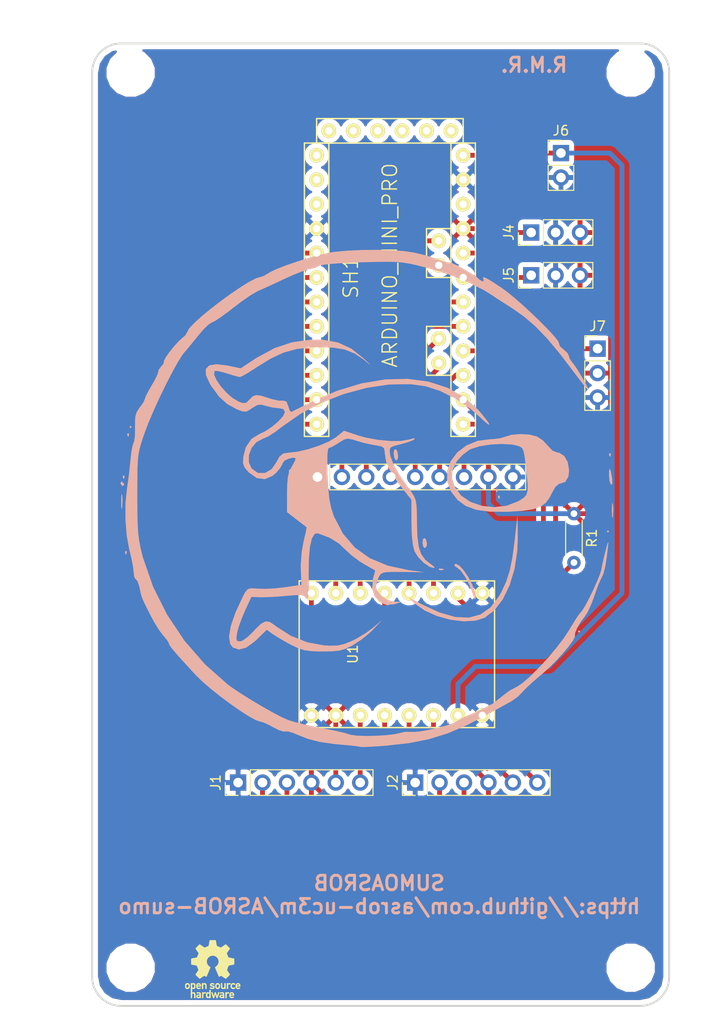
<source format=kicad_pcb>
(kicad_pcb (version 4) (host pcbnew 4.0.7)
  (layers (0 F.Cu signal) (31 B.Cu signal) (34 B.Paste user) (35 F.Paste user) (36 B.SilkS user) (37 F.SilkS user) (38 B.Mask user) (39 F.Mask user) (44 Edge.Cuts user))
  (net 0 "")
  (net 1 GND)
  (net 2 "Net-(J1-Pad2)")
  (net 3 "Net-(J1-Pad3)")
  (net 4 VCC)
  (net 5 "Net-(J1-Pad5)")
  (net 6 "Net-(J1-Pad6)")
  (net 7 "Net-(J2-Pad2)")
  (net 8 "Net-(J2-Pad3)")
  (net 9 "Net-(J2-Pad5)")
  (net 10 "Net-(J2-Pad6)")
  (net 11 "Net-(J3-Pad1)")
  (net 12 "Net-(J3-Pad2)")
  (net 13 "Net-(J3-Pad3)")
  (net 14 "Net-(J3-Pad4)")
  (net 15 "Net-(J3-Pad5)")
  (net 16 "Net-(J3-Pad6)")
  (net 17 "Net-(J3-Pad7)")
  (net 18 "Net-(J4-Pad1)")
  (net 19 "Net-(J5-Pad1)")
  (net 20 "Net-(R1-Pad2)")
  (net 21 "Net-(SH1-PadGRN)")
  (net 22 "Net-(SH1-PadTX/1)")
  (net 23 "Net-(SH1-PadRX/1)")
  (net 24 "Net-(SH1-PadVCC1)")
  (net 25 "Net-(SH1-PadGND1)")
  (net 26 "Net-(SH1-PadBLK)")
  (net 27 "Net-(SH1-PadTX/2)")
  (net 28 "Net-(SH1-PadRX/2)")
  (net 29 "Net-(SH1-PadRST1)")
  (net 30 AIN1)
  (net 31 AIN2)
  (net 32 BIN1)
  (net 33 BIN2)
  (net 34 "Net-(SH1-PadRST2)")
  (net 35 "Net-(SH1-Pad10)")
  (net 36 "Net-(SH1-Pad11)")
  (net 37 "Net-(J6-Pad1)")
  (net 38 "Net-(J7-Pad1)")
  (module Mounting_Holes:MountingHole_4mm (layer F.Cu) (at 166 171)
    (fp_text reference REF** hide)
    (fp_text value MountingHole_4mm)
    (pad 1 np_thru_hole circle (at 0 0) (size 4 4) (drill 4) (layers *.Cu *.Mask))
  )
  (module Mounting_Holes:MountingHole_4mm (layer F.Cu) (at 114 171)
    (fp_text reference REF** hide)
    (fp_text value MountingHole_4mm)
    (pad 1 np_thru_hole circle (at 0 0) (size 4 4) (drill 4) (layers *.Cu *.Mask))
  )
  (module Mounting_Holes:MountingHole_4mm (layer F.Cu) (at 114 78)
    (fp_text reference REF** hide)
    (fp_text value MountingHole_4mm)
    (pad 1 np_thru_hole circle (at 0 0) (size 4 4) (drill 4) (layers *.Cu *.Mask))
  )
  (module "Component Footprints:PololuMotorDriver" (layer F.Cu) (at 136.605 138.43 90)
    (fp_text reference U1 (at 0 0.5 90) (layer F.SilkS))
    (fp_text value PololuMotorDriver)
    (pad GND thru_hole circle (at -6.35 -3.81 90) (size 1.524 1.524) (drill 0.762) (layers *.Cu *.Mask F.SilkS) (net 1 GND))
    (pad VCC thru_hole circle (at -6.35 -1.27 90) (size 1.524 1.524) (drill 0.762) (layers *.Cu *.Mask F.SilkS) (net 4 VCC))
    (pad AO1 thru_hole circle (at -6.35 1.27 90) (size 1.524 1.524) (drill 0.762) (layers *.Cu *.Mask F.SilkS) (net 5 "Net-(J1-Pad5)"))
    (pad AO2 thru_hole circle (at -6.35 3.81 90) (size 1.524 1.524) (drill 0.762) (layers *.Cu *.Mask F.SilkS) (net 6 "Net-(J1-Pad6)"))
    (pad BO2 thru_hole circle (at -6.35 6.35 90) (size 1.524 1.524) (drill 0.762) (layers *.Cu *.Mask F.SilkS) (net 9 "Net-(J2-Pad5)"))
    (pad BO1 thru_hole circle (at -6.35 8.89 90) (size 1.524 1.524) (drill 0.762) (layers *.Cu *.Mask F.SilkS) (net 10 "Net-(J2-Pad6)"))
    (pad VMOT thru_hole circle (at -6.35 11.43 90) (size 1.524 1.524) (drill 0.762) (layers *.Cu *.Mask F.SilkS) (net 37 "Net-(J6-Pad1)"))
    (pad GND thru_hole circle (at -6.35 13.97 90) (size 1.524 1.524) (drill 0.762) (layers *.Cu *.Mask F.SilkS) (net 1 GND))
    (pad PWMA thru_hole circle (at 6.35 -3.81 90) (size 1.524 1.524) (drill 0.762) (layers *.Cu *.Mask F.SilkS) (net 36 "Net-(SH1-Pad11)"))
    (pad AIN1 thru_hole circle (at 6.35 -1.27 90) (size 1.524 1.524) (drill 0.762) (layers *.Cu *.Mask F.SilkS) (net 30 AIN1))
    (pad AIN2 thru_hole circle (at 6.35 1.27 90) (size 1.524 1.524) (drill 0.762) (layers *.Cu *.Mask F.SilkS) (net 31 AIN2))
    (pad STBY thru_hole circle (at 6.35 3.81 90) (size 1.524 1.524) (drill 0.762) (layers *.Cu *.Mask F.SilkS) (net 20 "Net-(R1-Pad2)"))
    (pad BIN1 thru_hole circle (at 6.35 6.35 90) (size 1.524 1.524) (drill 0.762) (layers *.Cu *.Mask F.SilkS) (net 32 BIN1))
    (pad BIN2 thru_hole circle (at 6.35 8.89 90) (size 1.524 1.524) (drill 0.762) (layers *.Cu *.Mask F.SilkS) (net 33 BIN2))
    (pad PWMB thru_hole circle (at 6.35 11.43 90) (size 1.524 1.524) (drill 0.762) (layers *.Cu *.Mask F.SilkS) (net 35 "Net-(SH1-Pad10)"))
    (pad GND thru_hole circle (at 6.35 13.97 90) (size 1.524 1.524) (drill 0.762) (layers *.Cu *.Mask F.SilkS) (net 1 GND))
  )
  (module Socket_Strips:Socket_Strip_Straight_1x06_Pitch2.54mm (layer F.Cu) (at 125.175 151.765 90)
    (fp_text reference J1 (at 0 -2.33 90) (layer F.SilkS))
    (fp_text value EngineA)
    (pad 1 thru_hole rect (at 0 0 90) (size 1.7 1.7) (drill 1) (layers *.Cu *.Mask) (net 1 GND))
    (pad 2 thru_hole oval (at 0 2.54 90) (size 1.7 1.7) (drill 1) (layers *.Cu *.Mask) (net 2 "Net-(J1-Pad2)"))
    (pad 3 thru_hole oval (at 0 5.08 90) (size 1.7 1.7) (drill 1) (layers *.Cu *.Mask) (net 3 "Net-(J1-Pad3)"))
    (pad 4 thru_hole oval (at 0 7.62 90) (size 1.7 1.7) (drill 1) (layers *.Cu *.Mask) (net 4 VCC))
    (pad 5 thru_hole oval (at 0 10.16 90) (size 1.7 1.7) (drill 1) (layers *.Cu *.Mask) (net 5 "Net-(J1-Pad5)"))
    (pad 6 thru_hole oval (at 0 12.7 90) (size 1.7 1.7) (drill 1) (layers *.Cu *.Mask) (net 6 "Net-(J1-Pad6)"))
  )
  (module Socket_Strips:Socket_Strip_Straight_1x06_Pitch2.54mm (layer F.Cu) (at 143.59 151.765 90)
    (fp_text reference J2 (at 0 -2.33 90) (layer F.SilkS))
    (fp_text value EngineB)
    (pad 1 thru_hole rect (at 0 0 90) (size 1.7 1.7) (drill 1) (layers *.Cu *.Mask) (net 1 GND))
    (pad 2 thru_hole oval (at 0 2.54 90) (size 1.7 1.7) (drill 1) (layers *.Cu *.Mask) (net 7 "Net-(J2-Pad2)"))
    (pad 3 thru_hole oval (at 0 5.08 90) (size 1.7 1.7) (drill 1) (layers *.Cu *.Mask) (net 8 "Net-(J2-Pad3)"))
    (pad 4 thru_hole oval (at 0 7.62 90) (size 1.7 1.7) (drill 1) (layers *.Cu *.Mask) (net 4 VCC))
    (pad 5 thru_hole oval (at 0 10.16 90) (size 1.7 1.7) (drill 1) (layers *.Cu *.Mask) (net 9 "Net-(J2-Pad5)"))
    (pad 6 thru_hole oval (at 0 12.7 90) (size 1.7 1.7) (drill 1) (layers *.Cu *.Mask) (net 10 "Net-(J2-Pad6)"))
  )
  (module Socket_Strips:Socket_Strip_Straight_1x09_Pitch2.54mm (layer F.Cu) (at 133.43 120.015 90)
    (fp_text reference J3 (at 0 -2.33 90) (layer F.SilkS))
    (fp_text value QTR-8RC)
    (pad 1 thru_hole rect (at 0 0 90) (size 1.7 1.7) (drill 1) (layers *.Cu *.Mask) (net 11 "Net-(J3-Pad1)"))
    (pad 2 thru_hole oval (at 0 2.54 90) (size 1.7 1.7) (drill 1) (layers *.Cu *.Mask) (net 12 "Net-(J3-Pad2)"))
    (pad 3 thru_hole oval (at 0 5.08 90) (size 1.7 1.7) (drill 1) (layers *.Cu *.Mask) (net 13 "Net-(J3-Pad3)"))
    (pad 4 thru_hole oval (at 0 7.62 90) (size 1.7 1.7) (drill 1) (layers *.Cu *.Mask) (net 14 "Net-(J3-Pad4)"))
    (pad 5 thru_hole oval (at 0 10.16 90) (size 1.7 1.7) (drill 1) (layers *.Cu *.Mask) (net 15 "Net-(J3-Pad5)"))
    (pad 6 thru_hole oval (at 0 12.7 90) (size 1.7 1.7) (drill 1) (layers *.Cu *.Mask) (net 16 "Net-(J3-Pad6)"))
    (pad 7 thru_hole oval (at 0 15.24 90) (size 1.7 1.7) (drill 1) (layers *.Cu *.Mask) (net 17 "Net-(J3-Pad7)"))
    (pad 8 thru_hole oval (at 0 17.78 90) (size 1.7 1.7) (drill 1) (layers *.Cu *.Mask) (net 4 VCC))
    (pad 9 thru_hole oval (at 0 20.32 90) (size 1.7 1.7) (drill 1) (layers *.Cu *.Mask) (net 1 GND))
  )
  (module Socket_Strips:Socket_Strip_Straight_1x03_Pitch2.54mm (layer F.Cu) (at 155.655 94.615 90)
    (fp_text reference J4 (at 0 -2.33 90) (layer F.SilkS))
    (fp_text value SHARP1)
    (pad 1 thru_hole rect (at 0 0 90) (size 1.7 1.7) (drill 1) (layers *.Cu *.Mask) (net 18 "Net-(J4-Pad1)"))
    (pad 2 thru_hole oval (at 0 2.54 90) (size 1.7 1.7) (drill 1) (layers *.Cu *.Mask) (net 1 GND))
    (pad 3 thru_hole oval (at 0 5.08 90) (size 1.7 1.7) (drill 1) (layers *.Cu *.Mask) (net 4 VCC))
  )
  (module Socket_Strips:Socket_Strip_Straight_1x03_Pitch2.54mm (layer F.Cu) (at 155.655 99.06 90)
    (fp_text reference J5 (at 0 -2.33 90) (layer F.SilkS))
    (fp_text value SHARP2)
    (pad 1 thru_hole rect (at 0 0 90) (size 1.7 1.7) (drill 1) (layers *.Cu *.Mask) (net 19 "Net-(J5-Pad1)"))
    (pad 2 thru_hole oval (at 0 2.54 90) (size 1.7 1.7) (drill 1) (layers *.Cu *.Mask) (net 1 GND))
    (pad 3 thru_hole oval (at 0 5.08 90) (size 1.7 1.7) (drill 1) (layers *.Cu *.Mask) (net 4 VCC))
  )
  (module Resistors_THT:R_Axial_DIN0204_L3.6mm_D1.6mm_P5.08mm_Horizontal (layer F.Cu) (at 160.1 123.825 270)
    (fp_text reference R1 (at 2.54 -1.86 270) (layer F.SilkS))
    (fp_text value R)
    (pad 1 thru_hole circle (at 0 0 270) (size 1.4 1.4) (drill 0.7) (layers *.Cu *.Mask) (net 4 VCC))
    (pad 2 thru_hole oval (at 5.08 0 270) (size 1.4 1.4) (drill 0.7) (layers *.Cu *.Mask) (net 20 "Net-(R1-Pad2)"))
  )
  (module SHIELD_ARDUINO:ARDUINO_MINI_PRO_V10 (layer F.Cu) (at 140.9611 99.2886)
    (fp_text reference SH1 (at -4.064 0 90) (layer F.SilkS) (effects (font (size 1.5 1.5))))
    (fp_text value ARDUINO_MINI_PRO (at 0 -1.27 90) (layer F.SilkS) (effects (font (size 1.5 1.5))))
    (pad GRN thru_hole circle (at -6.35 -15.24) (size 1.524 1.524) (drill 0.762) (layers *.Cu *.Mask F.SilkS) (net 21 "Net-(SH1-PadGRN)"))
    (pad TX/1 thru_hole circle (at -3.81 -15.24) (size 1.524 1.524) (drill 0.762) (layers *.Cu *.Mask F.SilkS) (net 22 "Net-(SH1-PadTX/1)"))
    (pad RX/1 thru_hole circle (at -1.27 -15.24) (size 1.524 1.524) (drill 0.762) (layers *.Cu *.Mask F.SilkS) (net 23 "Net-(SH1-PadRX/1)"))
    (pad VCC1 thru_hole circle (at 1.27 -15.24) (size 1.524 1.524) (drill 0.762) (layers *.Cu *.Mask F.SilkS) (net 24 "Net-(SH1-PadVCC1)"))
    (pad GND1 thru_hole circle (at 3.81 -15.24) (size 1.524 1.524) (drill 0.762) (layers *.Cu *.Mask F.SilkS) (net 25 "Net-(SH1-PadGND1)"))
    (pad BLK thru_hole circle (at 6.35 -15.24) (size 1.524 1.524) (drill 0.762) (layers *.Cu *.Mask F.SilkS) (net 26 "Net-(SH1-PadBLK)"))
    (pad TX/2 thru_hole circle (at -7.62 -12.7) (size 1.524 1.524) (drill 0.762) (layers *.Cu *.Mask F.SilkS) (net 27 "Net-(SH1-PadTX/2)"))
    (pad RX/2 thru_hole circle (at -7.62 -10.16) (size 1.524 1.524) (drill 0.762) (layers *.Cu *.Mask F.SilkS) (net 28 "Net-(SH1-PadRX/2)"))
    (pad RST1 thru_hole circle (at -7.62 -7.62) (size 1.524 1.524) (drill 0.762) (layers *.Cu *.Mask F.SilkS) (net 29 "Net-(SH1-PadRST1)"))
    (pad GND2 thru_hole circle (at -7.62 -5.08) (size 1.524 1.524) (drill 0.762) (layers *.Cu *.Mask F.SilkS) (net 1 GND))
    (pad 2 thru_hole circle (at -7.62 -2.54) (size 1.524 1.524) (drill 0.762) (layers *.Cu *.Mask F.SilkS) (net 8 "Net-(J2-Pad3)"))
    (pad 3 thru_hole circle (at -7.62 0) (size 1.524 1.524) (drill 0.762) (layers *.Cu *.Mask F.SilkS) (net 7 "Net-(J2-Pad2)"))
    (pad 4 thru_hole circle (at -7.62 2.54) (size 1.524 1.524) (drill 0.762) (layers *.Cu *.Mask F.SilkS) (net 3 "Net-(J1-Pad3)"))
    (pad 5 thru_hole circle (at -7.62 5.08) (size 1.524 1.524) (drill 0.762) (layers *.Cu *.Mask F.SilkS) (net 2 "Net-(J1-Pad2)"))
    (pad 6 thru_hole circle (at -7.62 7.62) (size 1.524 1.524) (drill 0.762) (layers *.Cu *.Mask F.SilkS) (net 30 AIN1))
    (pad 7 thru_hole circle (at -7.62 10.16) (size 1.524 1.524) (drill 0.762) (layers *.Cu *.Mask F.SilkS) (net 31 AIN2))
    (pad 8 thru_hole circle (at -7.62 12.7) (size 1.524 1.524) (drill 0.762) (layers *.Cu *.Mask F.SilkS) (net 32 BIN1))
    (pad 9 thru_hole circle (at -7.62 15.24) (size 1.524 1.524) (drill 0.762) (layers *.Cu *.Mask F.SilkS) (net 33 BIN2))
    (pad RAW thru_hole circle (at 7.62 -12.7) (size 1.524 1.524) (drill 0.762) (layers *.Cu *.Mask F.SilkS) (net 37 "Net-(J6-Pad1)"))
    (pad GND3 thru_hole circle (at 7.62 -10.16) (size 1.524 1.524) (drill 0.762) (layers *.Cu *.Mask F.SilkS) (net 1 GND))
    (pad RST2 thru_hole circle (at 7.62 -7.62) (size 1.524 1.524) (drill 0.762) (layers *.Cu *.Mask F.SilkS) (net 34 "Net-(SH1-PadRST2)"))
    (pad VCC2 thru_hole circle (at 7.62 -5.08) (size 1.524 1.524) (drill 0.762) (layers *.Cu *.Mask F.SilkS) (net 4 VCC))
    (pad A0 thru_hole circle (at 7.62 5.08) (size 1.524 1.524) (drill 0.762) (layers *.Cu *.Mask F.SilkS) (net 14 "Net-(J3-Pad4)"))
    (pad A1 thru_hole circle (at 7.62 2.54) (size 1.524 1.524) (drill 0.762) (layers *.Cu *.Mask F.SilkS) (net 13 "Net-(J3-Pad3)"))
    (pad A2 thru_hole circle (at 7.62 0) (size 1.524 1.524) (drill 0.762) (layers *.Cu *.Mask F.SilkS) (net 19 "Net-(J5-Pad1)"))
    (pad A3 thru_hole circle (at 7.62 -2.54) (size 1.524 1.524) (drill 0.762) (layers *.Cu *.Mask F.SilkS) (net 18 "Net-(J4-Pad1)"))
    (pad 10 thru_hole circle (at 7.62 15.24) (size 1.524 1.524) (drill 0.762) (layers *.Cu *.Mask F.SilkS) (net 35 "Net-(SH1-Pad10)"))
    (pad 11 thru_hole circle (at 7.62 12.7) (size 1.524 1.524) (drill 0.762) (layers *.Cu *.Mask F.SilkS) (net 36 "Net-(SH1-Pad11)"))
    (pad 12 thru_hole circle (at 7.62 10.16) (size 1.524 1.524) (drill 0.762) (layers *.Cu *.Mask F.SilkS) (net 17 "Net-(J3-Pad7)"))
    (pad 13 thru_hole circle (at 7.62 7.62) (size 1.524 1.524) (drill 0.762) (layers *.Cu *.Mask F.SilkS) (net 38 "Net-(J7-Pad1)"))
    (pad A5 thru_hole circle (at 5.08 -3.81) (size 1.524 1.524) (drill 0.762) (layers *.Cu *.Mask F.SilkS) (net 11 "Net-(J3-Pad1)"))
    (pad A4 thru_hole circle (at 5.08 -1.27) (size 1.524 1.524) (drill 0.762) (layers *.Cu *.Mask F.SilkS) (net 12 "Net-(J3-Pad2)"))
    (pad A7 thru_hole circle (at 5.08 6.35) (size 1.524 1.524) (drill 0.762) (layers *.Cu *.Mask F.SilkS) (net 15 "Net-(J3-Pad5)"))
    (pad A6 thru_hole circle (at 5.08 8.89) (size 1.524 1.524) (drill 0.762) (layers *.Cu *.Mask F.SilkS) (net 16 "Net-(J3-Pad6)"))
  )
  (module Mounting_Holes:MountingHole_4mm (layer F.Cu) (at 166 78)
    (fp_text reference REF** hide)
    (fp_text value MountingHole_4mm)
    (pad 1 np_thru_hole circle (at 0 0) (size 4 4) (drill 4) (layers *.Cu *.Mask))
  )
  (module Symbols:OSHW-Logo_5.7x6mm_SilkScreen (layer F.Cu) (at 122.5296 171.1452)
    (fp_text reference REF*** hide)
    (fp_text value OSHW-Logo_5.7x6mm_SilkScreen hide)
  )
  (module Sumo:logo (layer B.Cu) (at 138.5824 122.3264 90)
    (fp_text reference G*** hide)
    (fp_text value LOGO hide)
  )
  (module Pin_Headers:Pin_Header_Straight_1x02_Pitch2.54mm (layer F.Cu) (at 158.75 86.36)
    (fp_text reference J6 (at 0 -2.33) (layer F.SilkS))
    (fp_text value Battery)
    (pad 1 thru_hole rect (at 0 0) (size 1.7 1.7) (drill 1) (layers *.Cu *.Mask) (net 37 "Net-(J6-Pad1)"))
    (pad 2 thru_hole oval (at 0 2.54) (size 1.7 1.7) (drill 1) (layers *.Cu *.Mask) (net 1 GND))
  )
  (module Socket_Strips:Socket_Strip_Straight_1x03_Pitch2.54mm (layer F.Cu) (at 162.56 106.68)
    (fp_text reference J7 (at 0 -2.33) (layer F.SilkS))
    (fp_text value Button)
    (pad 1 thru_hole rect (at 0 0) (size 1.7 1.7) (drill 1) (layers *.Cu *.Mask) (net 38 "Net-(J7-Pad1)"))
    (pad 2 thru_hole oval (at 0 2.54) (size 1.7 1.7) (drill 1) (layers *.Cu *.Mask) (net 4 VCC))
    (pad 3 thru_hole oval (at 0 5.08) (size 1.7 1.7) (drill 1) (layers *.Cu *.Mask) (net 1 GND))
  )
  (gr_text R.M.R. (at 155.956 77.216) (layer B.SilkS) (effects (font (size 1.5 1.5) (thickness 0.3)) (justify mirror)))
  (gr_text "SUMOASROB\nhttps://github.com/asrob-uc3m/ASROB-sumo" (at 139.8524 163.4236) (layer B.SilkS) (effects (font (size 1.5 1.5) (thickness 0.3)) (justify mirror)))
  (gr_line (start 113.0048 74.968) (end 167.0048 74.968) (angle 90) (layer Edge.Cuts) (width 0.2))
  (gr_line (start 170.0048 77.968) (end 170.0048 171.968) (angle 90) (layer Edge.Cuts) (width 0.2))
  (gr_line (start 167.0048 174.968) (end 113.0048 174.968) (angle 90) (layer Edge.Cuts) (width 0.2))
  (gr_line (start 110.0048 171.968) (end 110.0048 77.968) (angle 90) (layer Edge.Cuts) (width 0.2))
  (gr_arc (start 167.0048 77.968) (end 167.0048 74.968) (angle 90) (layer Edge.Cuts) (width 0.2))
  (gr_arc (start 167.0048 171.968) (end 170.0048 171.968) (angle 90) (layer Edge.Cuts) (width 0.2))
  (gr_arc (start 113.0048 171.968) (end 113.0048 174.968) (angle 90) (layer Edge.Cuts) (width 0.2))
  (gr_arc (start 113.0048 77.968) (end 110.0048 77.968) (angle 90) (layer Edge.Cuts) (width 0.2))
  (segment (start 158.195 94.615) (end 158.195 99.06) (width 0.5) (layer F.Cu) (net 1))
  (segment (start 127.715 151.765) (end 127.715 153.67) (width 0.5) (layer F.Cu) (net 2))
  (segment (start 127.715 153.67) (end 127.08 154.305) (width 0.5) (layer F.Cu) (net 2))
  (segment (start 127.08 154.305) (end 122.635 154.305) (width 0.5) (layer F.Cu) (net 2))
  (segment (start 122.635 154.305) (end 121.365 153.035) (width 0.5) (layer F.Cu) (net 2))
  (segment (start 121.365 153.035) (end 121.365 112.395) (width 0.5) (layer F.Cu) (net 2))
  (segment (start 121.365 112.395) (end 129.3914 104.3686) (width 0.5) (layer F.Cu) (net 2))
  (segment (start 129.3914 104.3686) (end 133.3411 104.3686) (width 0.5) (layer F.Cu) (net 2))
  (segment (start 130.255 151.765) (end 130.255 154.305) (width 0.5) (layer F.Cu) (net 3))
  (segment (start 130.255 154.305) (end 128.985 155.575) (width 0.5) (layer F.Cu) (net 3))
  (segment (start 128.985 155.575) (end 122 155.575) (width 0.5) (layer F.Cu) (net 3))
  (segment (start 122 155.575) (end 119.46 153.035) (width 0.5) (layer F.Cu) (net 3))
  (segment (start 119.46 153.035) (end 119.46 111.76) (width 0.5) (layer F.Cu) (net 3))
  (segment (start 119.46 111.76) (end 129.3914 101.8286) (width 0.5) (layer F.Cu) (net 3))
  (segment (start 129.3914 101.8286) (end 133.3411 101.8286) (width 0.5) (layer F.Cu) (net 3))
  (segment (start 151.21 120.015) (end 151.21 122.762) (width 0.5) (layer B.Cu) (net 4))
  (segment (start 152.273 123.825) (end 160.1 123.825) (width 0.5) (layer B.Cu) (net 4))
  (segment (start 151.21 122.762) (end 152.273 123.825) (width 0.5) (layer B.Cu) (net 4))
  (segment (start 160.1 123.825) (end 163.91 123.825) (width 0.5) (layer F.Cu) (net 4))
  (segment (start 151.21 151.765) (end 151.21 156.21) (width 0.5) (layer F.Cu) (net 4))
  (segment (start 151.21 156.21) (end 153.75 158.75) (width 0.5) (layer F.Cu) (net 4))
  (segment (start 153.75 158.75) (end 160.735 158.75) (width 0.5) (layer F.Cu) (net 4))
  (segment (start 160.735 158.75) (end 163.91 155.575) (width 0.5) (layer F.Cu) (net 4))
  (segment (start 163.91 155.575) (end 163.91 123.825) (width 0.5) (layer F.Cu) (net 4))
  (segment (start 160.735 100.965) (end 160.735 99.06) (width 0.5) (layer F.Cu) (net 4))
  (segment (start 163.91 104.14) (end 160.735 100.965) (width 0.5) (layer F.Cu) (net 4))
  (segment (start 163.91 123.825) (end 163.91 104.14) (width 0.5) (layer F.Cu) (net 4))
  (segment (start 148.5811 94.2086) (end 150.9814 94.2086) (width 0.5) (layer F.Cu) (net 4))
  (segment (start 150.9814 94.2086) (end 153.75 91.44) (width 0.5) (layer F.Cu) (net 4))
  (segment (start 153.75 91.44) (end 160.1 91.44) (width 0.5) (layer F.Cu) (net 4))
  (segment (start 160.1 91.44) (end 160.735 92.075) (width 0.5) (layer F.Cu) (net 4))
  (segment (start 160.735 92.075) (end 160.735 94.615) (width 0.5) (layer F.Cu) (net 4))
  (segment (start 160.735 94.615) (end 160.735 99.06) (width 0.5) (layer F.Cu) (net 4))
  (segment (start 151.21 151.765) (end 149.94 150.495) (width 0.5) (layer F.Cu) (net 4))
  (segment (start 135.335 154.305) (end 132.795 151.765) (width 0.5) (layer F.Cu) (net 4))
  (segment (start 139.78 154.305) (end 135.335 154.305) (width 0.5) (layer F.Cu) (net 4))
  (segment (start 140.415 153.67) (end 139.78 154.305) (width 0.5) (layer F.Cu) (net 4))
  (segment (start 140.415 151.13) (end 140.415 153.67) (width 0.5) (layer F.Cu) (net 4))
  (segment (start 141.685 149.86) (end 140.415 151.13) (width 0.5) (layer F.Cu) (net 4))
  (segment (start 149.305 149.86) (end 141.685 149.86) (width 0.5) (layer F.Cu) (net 4))
  (segment (start 149.94 150.495) (end 149.305 149.86) (width 0.5) (layer F.Cu) (net 4))
  (segment (start 135.335 144.78) (end 135.335 146.685) (width 0.5) (layer F.Cu) (net 4))
  (segment (start 135.335 146.685) (end 132.795 149.225) (width 0.5) (layer F.Cu) (net 4))
  (segment (start 132.795 149.225) (end 132.795 151.765) (width 0.5) (layer F.Cu) (net 4))
  (segment (start 137.875 144.78) (end 137.875 146.685) (width 0.5) (layer F.Cu) (net 5))
  (segment (start 137.875 146.685) (end 135.335 149.225) (width 0.5) (layer F.Cu) (net 5))
  (segment (start 135.335 149.225) (end 135.335 151.765) (width 0.5) (layer F.Cu) (net 5))
  (segment (start 140.415 144.78) (end 140.415 147.32) (width 0.5) (layer F.Cu) (net 6))
  (segment (start 140.415 147.32) (end 137.875 149.86) (width 0.5) (layer F.Cu) (net 6))
  (segment (start 137.875 149.86) (end 137.875 151.765) (width 0.5) (layer F.Cu) (net 6))
  (segment (start 140.415 144.145) (end 140.415 144.78) (width 0.25) (layer F.Cu) (net 6))
  (segment (start 146.13 151.765) (end 146.13 154.94) (width 0.5) (layer F.Cu) (net 7))
  (segment (start 146.13 154.94) (end 144.225 156.845) (width 0.5) (layer F.Cu) (net 7))
  (segment (start 144.225 156.845) (end 120.73 156.845) (width 0.5) (layer F.Cu) (net 7))
  (segment (start 120.73 156.845) (end 116.92 153.035) (width 0.5) (layer F.Cu) (net 7))
  (segment (start 116.92 153.035) (end 116.92 111.125) (width 0.5) (layer F.Cu) (net 7))
  (segment (start 116.92 111.125) (end 128.7564 99.2886) (width 0.5) (layer F.Cu) (net 7))
  (segment (start 128.7564 99.2886) (end 133.3411 99.2886) (width 0.5) (layer F.Cu) (net 7))
  (segment (start 148.67 151.765) (end 148.67 156.21) (width 0.5) (layer F.Cu) (net 8))
  (segment (start 148.67 156.21) (end 146.13 158.75) (width 0.5) (layer F.Cu) (net 8))
  (segment (start 146.13 158.75) (end 119.46 158.75) (width 0.5) (layer F.Cu) (net 8))
  (segment (start 119.46 158.75) (end 114.38 153.67) (width 0.5) (layer F.Cu) (net 8))
  (segment (start 114.38 153.67) (end 114.38 109.855) (width 0.5) (layer F.Cu) (net 8))
  (segment (start 114.38 109.855) (end 127.4864 96.7486) (width 0.5) (layer F.Cu) (net 8))
  (segment (start 127.4864 96.7486) (end 133.3411 96.7486) (width 0.5) (layer F.Cu) (net 8))
  (segment (start 142.955 144.78) (end 142.955 147.273) (width 0.5) (layer F.Cu) (net 9))
  (segment (start 150.829 148.844) (end 153.75 151.765) (width 0.5) (layer F.Cu) (net 9))
  (segment (start 144.526 148.844) (end 150.829 148.844) (width 0.5) (layer F.Cu) (net 9))
  (segment (start 142.955 147.273) (end 144.526 148.844) (width 0.5) (layer F.Cu) (net 9))
  (segment (start 145.495 144.78) (end 145.495 146.511) (width 0.5) (layer F.Cu) (net 10))
  (segment (start 152.3022 147.7772) (end 156.29 151.765) (width 0.5) (layer F.Cu) (net 10))
  (segment (start 146.7612 147.7772) (end 152.3022 147.7772) (width 0.5) (layer F.Cu) (net 10))
  (segment (start 145.495 146.511) (end 146.7612 147.7772) (width 0.5) (layer F.Cu) (net 10))
  (segment (start 156.29 151.13) (end 156.29 151.765) (width 0.25) (layer F.Cu) (net 10))
  (segment (start 135.97 114.935) (end 133.43 117.475) (width 0.5) (layer F.Cu) (net 11))
  (segment (start 133.43 117.475) (end 133.43 120.015) (width 0.5) (layer F.Cu) (net 11))
  (segment (start 135.97 114.935) (end 135.97 97.155) (width 0.5) (layer F.Cu) (net 11))
  (segment (start 135.97 97.155) (end 137.6464 95.4786) (width 0.5) (layer F.Cu) (net 11))
  (segment (start 137.6464 95.4786) (end 146.0411 95.4786) (width 0.5) (layer F.Cu) (net 11))
  (segment (start 146.0411 98.0186) (end 138.9164 98.0186) (width 0.5) (layer F.Cu) (net 12))
  (segment (start 138.9164 98.0186) (end 137.24 99.695) (width 0.5) (layer F.Cu) (net 12))
  (segment (start 137.24 99.695) (end 137.24 116.205) (width 0.5) (layer F.Cu) (net 12))
  (segment (start 137.24 116.205) (end 135.97 117.475) (width 0.5) (layer F.Cu) (net 12))
  (segment (start 135.97 117.475) (end 135.97 120.015) (width 0.5) (layer F.Cu) (net 12))
  (segment (start 138.51 105.7656) (end 138.51 104.4156) (width 0.5) (layer F.Cu) (net 13))
  (segment (start 138.51 104.4156) (end 141.097 101.8286) (width 0.5) (layer F.Cu) (net 13))
  (segment (start 138.51 120.015) (end 138.51 105.7656) (width 0.5) (layer F.Cu) (net 13))
  (segment (start 141.097 101.8286) (end 148.5811 101.8286) (width 0.5) (layer F.Cu) (net 13))
  (segment (start 141.05 105.7872) (end 142.4686 104.3686) (width 0.5) (layer F.Cu) (net 14))
  (segment (start 142.4686 104.3686) (end 148.5811 104.3686) (width 0.5) (layer F.Cu) (net 14))
  (segment (start 141.05 107.2896) (end 141.05 105.7872) (width 0.5) (layer F.Cu) (net 14))
  (segment (start 141.05 106.0704) (end 141.05 105.7872) (width 0.5) (layer F.Cu) (net 14))
  (segment (start 141.05 106.0704) (end 141.05 107.2896) (width 0.5) (layer F.Cu) (net 14))
  (segment (start 141.05 107.2896) (end 141.05 120.015) (width 0.5) (layer F.Cu) (net 14))
  (segment (start 148.5811 104.3686) (end 148.2636 104.3686) (width 0.25) (layer F.Cu) (net 14))
  (segment (start 143.59 120.015) (end 143.59 108.0897) (width 0.5) (layer F.Cu) (net 15))
  (segment (start 143.59 108.0897) (end 146.0411 105.6386) (width 0.5) (layer F.Cu) (net 15))
  (segment (start 146.13 120.015) (end 146.13 117.475) (width 0.5) (layer F.Cu) (net 16))
  (segment (start 146.13 117.475) (end 144.86 116.205) (width 0.5) (layer F.Cu) (net 16))
  (segment (start 144.86 116.205) (end 144.86 109.855) (width 0.5) (layer F.Cu) (net 16))
  (segment (start 144.86 109.855) (end 146.0411 108.6739) (width 0.5) (layer F.Cu) (net 16))
  (segment (start 146.0411 108.6739) (end 146.0411 108.1786) (width 0.25) (layer F.Cu) (net 16))
  (segment (start 146.0411 108.1786) (end 145.9014 108.1786) (width 0.25) (layer F.Cu) (net 16))
  (segment (start 148.5811 109.4486) (end 147.8064 109.4486) (width 0.5) (layer F.Cu) (net 17))
  (segment (start 147.8064 109.4486) (end 146.13 111.125) (width 0.5) (layer F.Cu) (net 17))
  (segment (start 146.13 111.125) (end 146.13 114.935) (width 0.5) (layer F.Cu) (net 17))
  (segment (start 146.13 114.935) (end 148.67 117.475) (width 0.5) (layer F.Cu) (net 17))
  (segment (start 148.67 117.475) (end 148.67 120.015) (width 0.5) (layer F.Cu) (net 17))
  (segment (start 148.5811 96.7486) (end 150.3464 96.7486) (width 0.5) (layer F.Cu) (net 18))
  (segment (start 150.3464 96.7486) (end 152.48 94.615) (width 0.5) (layer F.Cu) (net 18))
  (segment (start 152.48 94.615) (end 155.655 94.615) (width 0.5) (layer F.Cu) (net 18))
  (segment (start 148.5811 99.2886) (end 155.4264 99.2886) (width 0.5) (layer F.Cu) (net 19))
  (segment (start 155.4264 99.2886) (end 155.655 99.06) (width 0.25) (layer F.Cu) (net 19))
  (segment (start 140.415 132.08) (end 140.415 133.985) (width 0.5) (layer F.Cu) (net 20))
  (segment (start 140.415 133.985) (end 141.685 135.255) (width 0.5) (layer F.Cu) (net 20))
  (segment (start 141.685 135.255) (end 153.75 135.255) (width 0.5) (layer F.Cu) (net 20))
  (segment (start 153.75 135.255) (end 160.1 128.905) (width 0.5) (layer F.Cu) (net 20))
  (segment (start 135.335 132.08) (end 135.335 127) (width 0.5) (layer F.Cu) (net 30))
  (segment (start 125.175 121.92) (end 125.175 111.125) (width 0.5) (layer F.Cu) (net 30))
  (segment (start 129.62 126.365) (end 125.175 121.92) (width 0.5) (layer F.Cu) (net 30))
  (segment (start 134.7 126.365) (end 129.62 126.365) (width 0.5) (layer F.Cu) (net 30))
  (segment (start 135.335 127) (end 134.7 126.365) (width 0.5) (layer F.Cu) (net 30))
  (segment (start 125.175 111.125) (end 129.3914 106.9086) (width 0.5) (layer F.Cu) (net 30))
  (segment (start 129.3914 106.9086) (end 133.3411 106.9086) (width 0.5) (layer F.Cu) (net 30))
  (segment (start 137.875 132.08) (end 137.875 126.365) (width 0.5) (layer F.Cu) (net 31))
  (segment (start 137.875 126.365) (end 136.605 125.095) (width 0.5) (layer F.Cu) (net 31))
  (segment (start 136.605 125.095) (end 130.255 125.095) (width 0.5) (layer F.Cu) (net 31))
  (segment (start 130.255 125.095) (end 126.445 121.285) (width 0.5) (layer F.Cu) (net 31))
  (segment (start 126.445 121.285) (end 126.445 113.03) (width 0.5) (layer F.Cu) (net 31))
  (segment (start 126.445 113.03) (end 130.0264 109.4486) (width 0.5) (layer F.Cu) (net 31))
  (segment (start 130.0264 109.4486) (end 133.3411 109.4486) (width 0.5) (layer F.Cu) (net 31))
  (segment (start 127.715 120.7554) (end 127.715 115.57) (width 0.5) (layer F.Cu) (net 32))
  (segment (start 127.715 115.57) (end 131.2964 111.9886) (width 0.5) (layer F.Cu) (net 32))
  (segment (start 131.2964 111.9886) (end 133.3411 111.9886) (width 0.5) (layer F.Cu) (net 32))
  (segment (start 131.1656 123.825) (end 130.7846 123.825) (width 0.5) (layer F.Cu) (net 32))
  (segment (start 130.7846 123.825) (end 127.715 120.7554) (width 0.5) (layer F.Cu) (net 32))
  (segment (start 142.955 132.08) (end 142.955 127.0546) (width 0.5) (layer F.Cu) (net 32))
  (segment (start 142.955 127.0546) (end 139.7254 123.825) (width 0.5) (layer F.Cu) (net 32))
  (segment (start 139.7254 123.825) (end 131.1656 123.825) (width 0.5) (layer F.Cu) (net 32))
  (segment (start 128.985 118.618) (end 128.985 120.0696) (width 0.5) (layer F.Cu) (net 33))
  (segment (start 131.4704 122.555) (end 128.985 120.0696) (width 0.5) (layer F.Cu) (net 33))
  (segment (start 141.4526 122.555) (end 131.4704 122.555) (width 0.5) (layer F.Cu) (net 33))
  (segment (start 145.495 132.08) (end 145.495 126.4958) (width 0.5) (layer F.Cu) (net 33))
  (segment (start 145.415 126.4158) (end 145.495 126.4958) (width 0.5) (layer F.Cu) (net 33))
  (segment (start 141.5542 122.555) (end 141.4526 122.555) (width 0.5) (layer F.Cu) (net 33))
  (segment (start 145.415 126.4158) (end 141.5542 122.555) (width 0.5) (layer F.Cu) (net 33))
  (segment (start 128.985 118.618) (end 128.985 116.205) (width 0.5) (layer F.Cu) (net 33))
  (segment (start 128.985 116.205) (end 130.6614 114.5286) (width 0.5) (layer F.Cu) (net 33))
  (segment (start 130.6614 114.5286) (end 133.3411 114.5286) (width 0.5) (layer F.Cu) (net 33))
  (segment (start 152.48 133.985) (end 156.925 129.54) (width 0.5) (layer F.Cu) (net 35))
  (segment (start 156.925 129.54) (end 156.925 121.285) (width 0.5) (layer F.Cu) (net 35))
  (segment (start 148.035 132.08) (end 148.035 132.5918) (width 0.5) (layer F.Cu) (net 35))
  (segment (start 148.035 132.5918) (end 149.4282 133.985) (width 0.5) (layer F.Cu) (net 35))
  (segment (start 149.4282 133.985) (end 152.48 133.985) (width 0.5) (layer F.Cu) (net 35))
  (segment (start 156.925 121.285) (end 156.925 116.205) (width 0.5) (layer F.Cu) (net 35))
  (segment (start 156.925 116.205) (end 155.2486 114.5286) (width 0.5) (layer F.Cu) (net 35))
  (segment (start 155.2486 114.5286) (end 148.5811 114.5286) (width 0.5) (layer F.Cu) (net 35))
  (segment (start 161.37 126.365) (end 159.7952 126.365) (width 0.5) (layer F.Cu) (net 36))
  (segment (start 159.7952 126.365) (end 158.195 124.7648) (width 0.5) (layer F.Cu) (net 36))
  (segment (start 158.195 124.7648) (end 159.7952 126.365) (width 0.5) (layer F.Cu) (net 36))
  (segment (start 162.64 130.175) (end 162.64 127.635) (width 0.5) (layer F.Cu) (net 36))
  (segment (start 156.29 136.525) (end 162.64 130.175) (width 0.5) (layer F.Cu) (net 36))
  (segment (start 134.7 136.525) (end 156.29 136.525) (width 0.5) (layer F.Cu) (net 36))
  (segment (start 132.795 134.62) (end 134.7 136.525) (width 0.5) (layer F.Cu) (net 36))
  (segment (start 132.795 132.08) (end 132.795 134.62) (width 0.5) (layer F.Cu) (net 36))
  (segment (start 162.64 127.635) (end 161.37 126.365) (width 0.5) (layer F.Cu) (net 36))
  (segment (start 158.195 124.7648) (end 158.195 114.935) (width 0.5) (layer F.Cu) (net 36))
  (segment (start 158.195 114.935) (end 156.29 113.03) (width 0.5) (layer F.Cu) (net 36))
  (segment (start 156.29 113.03) (end 149.6225 113.03) (width 0.5) (layer F.Cu) (net 36))
  (segment (start 149.6225 113.03) (end 148.5811 111.9886) (width 0.5) (layer F.Cu) (net 36))
  (segment (start 148.035 144.78) (end 148.035 141.525) (width 0.5) (layer B.Cu) (net 37))
  (segment (start 163.83 86.36) (end 158.75 86.36) (width 0.5) (layer B.Cu) (net 37))
  (segment (start 165.1 87.63) (end 163.83 86.36) (width 0.5) (layer B.Cu) (net 37))
  (segment (start 165.1 132.08) (end 165.1 87.63) (width 0.5) (layer B.Cu) (net 37))
  (segment (start 157.48 139.7) (end 165.1 132.08) (width 0.5) (layer B.Cu) (net 37))
  (segment (start 149.86 139.7) (end 157.48 139.7) (width 0.5) (layer B.Cu) (net 37))
  (segment (start 148.035 141.525) (end 149.86 139.7) (width 0.5) (layer B.Cu) (net 37))
  (segment (start 148.5811 86.5886) (end 153.4414 86.5886) (width 0.5) (layer F.Cu) (net 37))
  (segment (start 153.67 86.36) (end 158.75 86.36) (width 0.5) (layer F.Cu) (net 37))
  (segment (start 153.4414 86.5886) (end 153.67 86.36) (width 0.5) (layer F.Cu) (net 37))
  (segment (start 148.5811 106.9086) (end 155.9814 106.9086) (width 0.5) (layer F.Cu) (net 38))
  (segment (start 156.21 106.68) (end 162.56 106.68) (width 0.5) (layer F.Cu) (net 38))
  (segment (start 155.9814 106.9086) (end 156.21 106.68) (width 0.5) (layer F.Cu) (net 38))
  (zone (net 4) (net_name VCC) (layer F.Cu) (connect_pads (clearance 0.508)) (min_thickness 0.254) (fill yes (arc_segments 16) (thermal_gap 0.508) (thermal_bridge_width 0.508))
    (polygon (pts (xy 170.0784 175.0568) (xy 109.9312 175.0568) (xy 109.9312 74.93) (xy 170.0784 74.93)))
  )
  (zone (net 1) (net_name GND) (layer B.Cu) (connect_pads (clearance 0.508)) (min_thickness 0.254) (fill yes (arc_segments 16) (thermal_gap 0.508) (thermal_bridge_width 0.508))
    (polygon (pts (xy 109.9312 74.93) (xy 109.9312 175.0568) (xy 170.0784 175.0568) (xy 170.0784 74.93)))
  )
)
</source>
